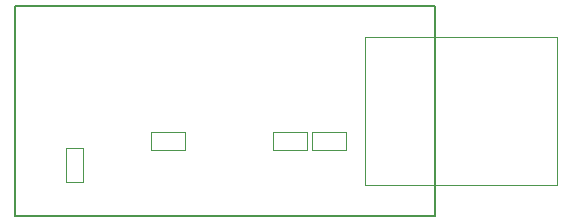
<source format=gbr>
G04 #@! TF.FileFunction,Other,User*
%FSLAX46Y46*%
G04 Gerber Fmt 4.6, Leading zero omitted, Abs format (unit mm)*
G04 Created by KiCad (PCBNEW 4.0.1-3.201512221402+6198~38~ubuntu14.04.1-stable) date Wed 17 Aug 2016 03:48:48 PM PDT*
%MOMM*%
G01*
G04 APERTURE LIST*
%ADD10C,0.100000*%
%ADD11C,0.152400*%
%ADD12C,0.050000*%
G04 APERTURE END LIST*
D10*
D11*
X153416000Y-92202000D02*
X153416000Y-74422000D01*
X117856000Y-92202000D02*
X153416000Y-92202000D01*
X117856000Y-74422000D02*
X117856000Y-92202000D01*
X153416000Y-74422000D02*
X117856000Y-74422000D01*
D12*
X163808000Y-89583400D02*
X163808000Y-77083400D01*
X147558000Y-89583400D02*
X163808000Y-89583400D01*
X147558000Y-77083400D02*
X163808000Y-77083400D01*
X147558000Y-89583400D02*
X147558000Y-77083400D01*
X123686000Y-89346000D02*
X123686000Y-86446000D01*
X122186000Y-89346000D02*
X123686000Y-89346000D01*
X122186000Y-86446000D02*
X123686000Y-86446000D01*
X122186000Y-89346000D02*
X122186000Y-86446000D01*
X132272000Y-85102000D02*
X129372000Y-85102000D01*
X132272000Y-86602000D02*
X132272000Y-85102000D01*
X129372000Y-86602000D02*
X129372000Y-85102000D01*
X132272000Y-86602000D02*
X129372000Y-86602000D01*
X142662000Y-85102000D02*
X139762000Y-85102000D01*
X142662000Y-86602000D02*
X142662000Y-85102000D01*
X139762000Y-86602000D02*
X139762000Y-85102000D01*
X142662000Y-86602000D02*
X139762000Y-86602000D01*
X145964000Y-85102000D02*
X143064000Y-85102000D01*
X145964000Y-86602000D02*
X145964000Y-85102000D01*
X143064000Y-86602000D02*
X143064000Y-85102000D01*
X145964000Y-86602000D02*
X143064000Y-86602000D01*
M02*

</source>
